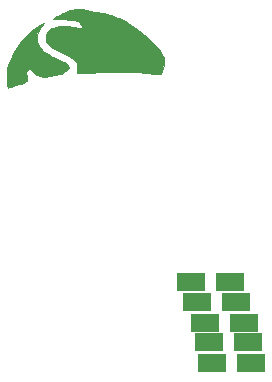
<source format=gts>
%TF.GenerationSoftware,KiCad,Pcbnew,4.0.5+dfsg1-4*%
%TF.CreationDate,2020-02-08T14:12:35-08:00*%
%TF.ProjectId,SpangSimple,5370616E6753696D706C652E6B696361,rev?*%
%TF.FileFunction,Soldermask,Top*%
%FSLAX46Y46*%
G04 Gerber Fmt 4.6, Leading zero omitted, Abs format (unit mm)*
G04 Created by KiCad (PCBNEW 4.0.5+dfsg1-4) date Sat Feb  8 14:12:35 2020*
%MOMM*%
%LPD*%
G01*
G04 APERTURE LIST*
%ADD10C,0.100000*%
%ADD11C,0.010000*%
%ADD12R,2.400000X1.598880*%
G04 APERTURE END LIST*
D10*
D11*
G36*
X141325600Y-84203260D02*
X141303202Y-84244662D01*
X141243911Y-84336962D01*
X141159577Y-84461833D01*
X141140850Y-84488955D01*
X141044096Y-84631603D01*
X140961621Y-84758585D01*
X140909930Y-84844428D01*
X140907137Y-84849678D01*
X140853204Y-84997696D01*
X140809561Y-85201791D01*
X140780959Y-85433553D01*
X140772075Y-85657395D01*
X140788468Y-85850110D01*
X140840472Y-86020876D01*
X140937631Y-86186317D01*
X141089487Y-86363059D01*
X141282975Y-86547478D01*
X141402745Y-86650056D01*
X141525921Y-86742366D01*
X141667155Y-86833149D01*
X141841103Y-86931150D01*
X142062418Y-87045111D01*
X142345753Y-87183774D01*
X142365026Y-87193061D01*
X142602638Y-87306754D01*
X142814496Y-87406738D01*
X142988737Y-87487530D01*
X143113504Y-87543645D01*
X143176935Y-87569600D01*
X143181809Y-87570734D01*
X143221180Y-87602546D01*
X143288036Y-87681891D01*
X143364792Y-87784630D01*
X143433860Y-87886623D01*
X143477652Y-87963733D01*
X143484600Y-87986313D01*
X143456358Y-88030022D01*
X143382468Y-88113150D01*
X143283517Y-88213172D01*
X143177337Y-88308435D01*
X143072435Y-88380189D01*
X142945095Y-88440713D01*
X142771605Y-88502289D01*
X142653973Y-88539201D01*
X142265280Y-88637119D01*
X141842637Y-88706728D01*
X141722640Y-88720077D01*
X141497558Y-88740521D01*
X141333532Y-88749432D01*
X141207642Y-88746081D01*
X141096968Y-88729739D01*
X140978590Y-88699675D01*
X140965767Y-88695979D01*
X140827261Y-88648894D01*
X140715143Y-88588982D01*
X140603712Y-88498745D01*
X140467266Y-88360683D01*
X140456691Y-88349393D01*
X140333476Y-88219461D01*
X140250309Y-88141837D01*
X140189890Y-88106546D01*
X140134916Y-88103612D01*
X140068085Y-88123059D01*
X140065620Y-88123917D01*
X139937877Y-88208333D01*
X139870840Y-88349399D01*
X139865360Y-88543887D01*
X139905234Y-88733600D01*
X139947257Y-88899339D01*
X139952779Y-89008076D01*
X139916674Y-89081443D01*
X139833813Y-89141078D01*
X139805021Y-89156464D01*
X139713002Y-89197680D01*
X139565061Y-89256814D01*
X139377441Y-89328074D01*
X139166384Y-89405669D01*
X138948132Y-89483807D01*
X138738930Y-89556696D01*
X138555018Y-89618546D01*
X138412639Y-89663563D01*
X138328037Y-89685957D01*
X138316025Y-89687400D01*
X138290900Y-89677892D01*
X138271452Y-89641978D01*
X138256246Y-89568571D01*
X138243844Y-89446586D01*
X138232813Y-89264937D01*
X138221716Y-89012538D01*
X138218720Y-88935984D01*
X138189788Y-88184567D01*
X138335888Y-87753140D01*
X138554438Y-87212311D01*
X138844743Y-86660459D01*
X139197772Y-86111913D01*
X139604498Y-85581000D01*
X139949767Y-85191982D01*
X140148591Y-84990353D01*
X140330603Y-84828072D01*
X140524576Y-84682042D01*
X140759282Y-84529169D01*
X140828184Y-84486877D01*
X141008117Y-84378679D01*
X141159058Y-84290390D01*
X141268026Y-84229412D01*
X141322041Y-84203145D01*
X141325600Y-84203260D01*
X141325600Y-84203260D01*
G37*
X141325600Y-84203260D02*
X141303202Y-84244662D01*
X141243911Y-84336962D01*
X141159577Y-84461833D01*
X141140850Y-84488955D01*
X141044096Y-84631603D01*
X140961621Y-84758585D01*
X140909930Y-84844428D01*
X140907137Y-84849678D01*
X140853204Y-84997696D01*
X140809561Y-85201791D01*
X140780959Y-85433553D01*
X140772075Y-85657395D01*
X140788468Y-85850110D01*
X140840472Y-86020876D01*
X140937631Y-86186317D01*
X141089487Y-86363059D01*
X141282975Y-86547478D01*
X141402745Y-86650056D01*
X141525921Y-86742366D01*
X141667155Y-86833149D01*
X141841103Y-86931150D01*
X142062418Y-87045111D01*
X142345753Y-87183774D01*
X142365026Y-87193061D01*
X142602638Y-87306754D01*
X142814496Y-87406738D01*
X142988737Y-87487530D01*
X143113504Y-87543645D01*
X143176935Y-87569600D01*
X143181809Y-87570734D01*
X143221180Y-87602546D01*
X143288036Y-87681891D01*
X143364792Y-87784630D01*
X143433860Y-87886623D01*
X143477652Y-87963733D01*
X143484600Y-87986313D01*
X143456358Y-88030022D01*
X143382468Y-88113150D01*
X143283517Y-88213172D01*
X143177337Y-88308435D01*
X143072435Y-88380189D01*
X142945095Y-88440713D01*
X142771605Y-88502289D01*
X142653973Y-88539201D01*
X142265280Y-88637119D01*
X141842637Y-88706728D01*
X141722640Y-88720077D01*
X141497558Y-88740521D01*
X141333532Y-88749432D01*
X141207642Y-88746081D01*
X141096968Y-88729739D01*
X140978590Y-88699675D01*
X140965767Y-88695979D01*
X140827261Y-88648894D01*
X140715143Y-88588982D01*
X140603712Y-88498745D01*
X140467266Y-88360683D01*
X140456691Y-88349393D01*
X140333476Y-88219461D01*
X140250309Y-88141837D01*
X140189890Y-88106546D01*
X140134916Y-88103612D01*
X140068085Y-88123059D01*
X140065620Y-88123917D01*
X139937877Y-88208333D01*
X139870840Y-88349399D01*
X139865360Y-88543887D01*
X139905234Y-88733600D01*
X139947257Y-88899339D01*
X139952779Y-89008076D01*
X139916674Y-89081443D01*
X139833813Y-89141078D01*
X139805021Y-89156464D01*
X139713002Y-89197680D01*
X139565061Y-89256814D01*
X139377441Y-89328074D01*
X139166384Y-89405669D01*
X138948132Y-89483807D01*
X138738930Y-89556696D01*
X138555018Y-89618546D01*
X138412639Y-89663563D01*
X138328037Y-89685957D01*
X138316025Y-89687400D01*
X138290900Y-89677892D01*
X138271452Y-89641978D01*
X138256246Y-89568571D01*
X138243844Y-89446586D01*
X138232813Y-89264937D01*
X138221716Y-89012538D01*
X138218720Y-88935984D01*
X138189788Y-88184567D01*
X138335888Y-87753140D01*
X138554438Y-87212311D01*
X138844743Y-86660459D01*
X139197772Y-86111913D01*
X139604498Y-85581000D01*
X139949767Y-85191982D01*
X140148591Y-84990353D01*
X140330603Y-84828072D01*
X140524576Y-84682042D01*
X140759282Y-84529169D01*
X140828184Y-84486877D01*
X141008117Y-84378679D01*
X141159058Y-84290390D01*
X141268026Y-84229412D01*
X141322041Y-84203145D01*
X141325600Y-84203260D01*
G36*
X144375386Y-83037170D02*
X144621715Y-83057824D01*
X144911019Y-83097743D01*
X145255002Y-83157194D01*
X145665367Y-83236443D01*
X145828917Y-83269326D01*
X146169749Y-83338810D01*
X146443079Y-83396461D01*
X146664480Y-83446792D01*
X146849523Y-83494318D01*
X147013780Y-83543552D01*
X147172823Y-83599009D01*
X147342225Y-83665203D01*
X147537556Y-83746647D01*
X147669139Y-83802769D01*
X147898724Y-83902116D01*
X148087739Y-83987958D01*
X148251849Y-84069539D01*
X148406716Y-84156106D01*
X148568007Y-84256903D01*
X148751384Y-84381175D01*
X148972512Y-84538167D01*
X149224802Y-84720934D01*
X149735255Y-85105068D01*
X150171905Y-85461864D01*
X150539395Y-85795832D01*
X150842372Y-86111482D01*
X151085479Y-86413325D01*
X151273362Y-86705870D01*
X151278398Y-86714917D01*
X151409583Y-86965232D01*
X151494317Y-87170942D01*
X151535746Y-87356061D01*
X151537014Y-87544602D01*
X151501269Y-87760581D01*
X151444449Y-87982537D01*
X151389411Y-88169437D01*
X151336854Y-88329242D01*
X151293647Y-88442043D01*
X151271435Y-88483910D01*
X151200248Y-88516461D01*
X151065512Y-88535301D01*
X150887196Y-88540615D01*
X150685271Y-88532593D01*
X150479705Y-88511420D01*
X150290467Y-88477286D01*
X150279100Y-88474597D01*
X150165227Y-88455275D01*
X149981997Y-88433873D01*
X149744653Y-88411729D01*
X149468435Y-88390181D01*
X149168585Y-88370567D01*
X148966767Y-88359413D01*
X148623474Y-88343334D01*
X148314687Y-88332611D01*
X148021130Y-88327280D01*
X147723526Y-88327378D01*
X147402596Y-88332941D01*
X147039063Y-88344005D01*
X146613651Y-88360609D01*
X146532600Y-88364035D01*
X146172315Y-88378993D01*
X145815225Y-88393066D01*
X145476506Y-88405712D01*
X145171338Y-88416387D01*
X144914899Y-88424548D01*
X144722368Y-88429652D01*
X144671364Y-88430641D01*
X144185961Y-88438567D01*
X144184530Y-88036400D01*
X144181685Y-87842406D01*
X144171629Y-87709545D01*
X144149603Y-87614318D01*
X144110846Y-87533227D01*
X144069871Y-87470347D01*
X143971819Y-87364926D01*
X143809093Y-87240741D01*
X143578428Y-87095836D01*
X143276559Y-86928254D01*
X142900222Y-86736041D01*
X142602824Y-86591565D01*
X142258281Y-86414653D01*
X141989338Y-86247675D01*
X141788461Y-86084537D01*
X141648115Y-85919144D01*
X141562460Y-85750165D01*
X141510457Y-85492631D01*
X141539084Y-85246148D01*
X141644363Y-85018641D01*
X141822315Y-84818039D01*
X142068962Y-84652268D01*
X142128162Y-84623067D01*
X142373738Y-84535031D01*
X142656653Y-84485535D01*
X142987047Y-84474129D01*
X143375055Y-84500363D01*
X143751813Y-84550982D01*
X143980342Y-84584336D01*
X144186144Y-84609297D01*
X144351481Y-84624090D01*
X144458617Y-84626936D01*
X144482063Y-84624124D01*
X144566074Y-84573388D01*
X144581531Y-84487072D01*
X144531920Y-84374077D01*
X144420729Y-84243304D01*
X144288934Y-84131223D01*
X144214113Y-84076915D01*
X144144599Y-84036467D01*
X144064656Y-84005958D01*
X143958543Y-83981469D01*
X143810523Y-83959078D01*
X143604856Y-83934866D01*
X143421100Y-83915047D01*
X143158833Y-83888812D01*
X142896252Y-83865514D01*
X142658164Y-83847158D01*
X142469378Y-83835749D01*
X142412882Y-83833570D01*
X142081997Y-83824234D01*
X142497549Y-83604664D01*
X142724497Y-83492187D01*
X142990163Y-83371777D01*
X143252836Y-83261948D01*
X143378767Y-83213551D01*
X143585764Y-83141876D01*
X143777222Y-83088134D01*
X143964842Y-83052591D01*
X144160329Y-83035514D01*
X144375386Y-83037170D01*
X144375386Y-83037170D01*
G37*
X144375386Y-83037170D02*
X144621715Y-83057824D01*
X144911019Y-83097743D01*
X145255002Y-83157194D01*
X145665367Y-83236443D01*
X145828917Y-83269326D01*
X146169749Y-83338810D01*
X146443079Y-83396461D01*
X146664480Y-83446792D01*
X146849523Y-83494318D01*
X147013780Y-83543552D01*
X147172823Y-83599009D01*
X147342225Y-83665203D01*
X147537556Y-83746647D01*
X147669139Y-83802769D01*
X147898724Y-83902116D01*
X148087739Y-83987958D01*
X148251849Y-84069539D01*
X148406716Y-84156106D01*
X148568007Y-84256903D01*
X148751384Y-84381175D01*
X148972512Y-84538167D01*
X149224802Y-84720934D01*
X149735255Y-85105068D01*
X150171905Y-85461864D01*
X150539395Y-85795832D01*
X150842372Y-86111482D01*
X151085479Y-86413325D01*
X151273362Y-86705870D01*
X151278398Y-86714917D01*
X151409583Y-86965232D01*
X151494317Y-87170942D01*
X151535746Y-87356061D01*
X151537014Y-87544602D01*
X151501269Y-87760581D01*
X151444449Y-87982537D01*
X151389411Y-88169437D01*
X151336854Y-88329242D01*
X151293647Y-88442043D01*
X151271435Y-88483910D01*
X151200248Y-88516461D01*
X151065512Y-88535301D01*
X150887196Y-88540615D01*
X150685271Y-88532593D01*
X150479705Y-88511420D01*
X150290467Y-88477286D01*
X150279100Y-88474597D01*
X150165227Y-88455275D01*
X149981997Y-88433873D01*
X149744653Y-88411729D01*
X149468435Y-88390181D01*
X149168585Y-88370567D01*
X148966767Y-88359413D01*
X148623474Y-88343334D01*
X148314687Y-88332611D01*
X148021130Y-88327280D01*
X147723526Y-88327378D01*
X147402596Y-88332941D01*
X147039063Y-88344005D01*
X146613651Y-88360609D01*
X146532600Y-88364035D01*
X146172315Y-88378993D01*
X145815225Y-88393066D01*
X145476506Y-88405712D01*
X145171338Y-88416387D01*
X144914899Y-88424548D01*
X144722368Y-88429652D01*
X144671364Y-88430641D01*
X144185961Y-88438567D01*
X144184530Y-88036400D01*
X144181685Y-87842406D01*
X144171629Y-87709545D01*
X144149603Y-87614318D01*
X144110846Y-87533227D01*
X144069871Y-87470347D01*
X143971819Y-87364926D01*
X143809093Y-87240741D01*
X143578428Y-87095836D01*
X143276559Y-86928254D01*
X142900222Y-86736041D01*
X142602824Y-86591565D01*
X142258281Y-86414653D01*
X141989338Y-86247675D01*
X141788461Y-86084537D01*
X141648115Y-85919144D01*
X141562460Y-85750165D01*
X141510457Y-85492631D01*
X141539084Y-85246148D01*
X141644363Y-85018641D01*
X141822315Y-84818039D01*
X142068962Y-84652268D01*
X142128162Y-84623067D01*
X142373738Y-84535031D01*
X142656653Y-84485535D01*
X142987047Y-84474129D01*
X143375055Y-84500363D01*
X143751813Y-84550982D01*
X143980342Y-84584336D01*
X144186144Y-84609297D01*
X144351481Y-84624090D01*
X144458617Y-84626936D01*
X144482063Y-84624124D01*
X144566074Y-84573388D01*
X144581531Y-84487072D01*
X144531920Y-84374077D01*
X144420729Y-84243304D01*
X144288934Y-84131223D01*
X144214113Y-84076915D01*
X144144599Y-84036467D01*
X144064656Y-84005958D01*
X143958543Y-83981469D01*
X143810523Y-83959078D01*
X143604856Y-83934866D01*
X143421100Y-83915047D01*
X143158833Y-83888812D01*
X142896252Y-83865514D01*
X142658164Y-83847158D01*
X142469378Y-83835749D01*
X142412882Y-83833570D01*
X142081997Y-83824234D01*
X142497549Y-83604664D01*
X142724497Y-83492187D01*
X142990163Y-83371777D01*
X143252836Y-83261948D01*
X143378767Y-83213551D01*
X143585764Y-83141876D01*
X143777222Y-83088134D01*
X143964842Y-83052591D01*
X144160329Y-83035514D01*
X144375386Y-83037170D01*
D12*
X153848000Y-106172000D03*
X157148000Y-106172000D03*
X154356000Y-107848400D03*
X157656000Y-107848400D03*
X154991000Y-109575600D03*
X158291000Y-109575600D03*
X155372000Y-111252000D03*
X158672000Y-111252000D03*
X155626000Y-113030000D03*
X158926000Y-113030000D03*
M02*

</source>
